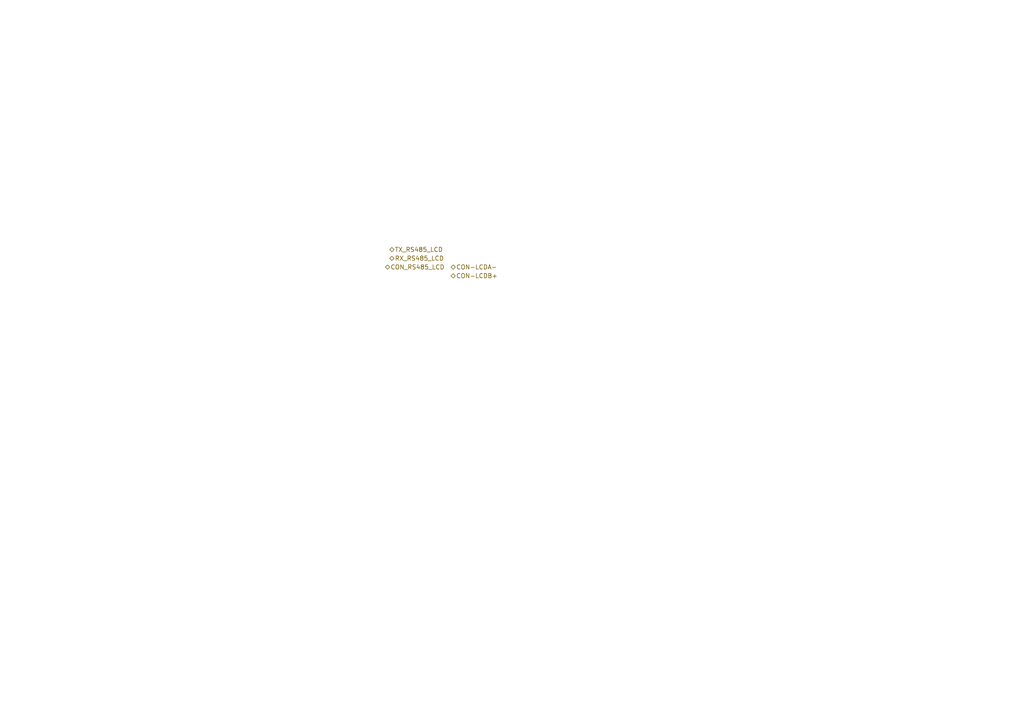
<source format=kicad_sch>
(kicad_sch (version 20230121) (generator eeschema)
  (paper "A4")
  (lib_symbols)
  (hierarchical_label "CON_RS485_LCD" (shape bidirectional) (at 111.76 77.47 0))
  (hierarchical_label "CON-LCDB+" (shape bidirectional) (at 130.81 80.01 0))
  (hierarchical_label "CON-LCDA-" (shape bidirectional) (at 130.81 77.47 0))
  (hierarchical_label "TX_RS485_LCD" (shape bidirectional) (at 113.03 72.39 0))
  (hierarchical_label "RX_RS485_LCD" (shape bidirectional) (at 113.03 74.93 0))
)
</source>
